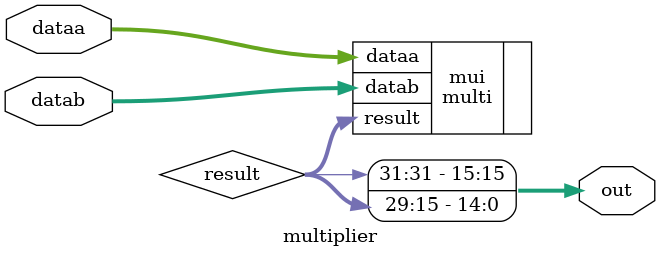
<source format=v>
module multiplier (input [15:0]dataa,input [15:0]datab, output[15:0]out);
wire [31:0] result;

multi mui (.dataa(dataa),.datab(datab), .result(result));
assign out = {result[31],result[29:15]}; 
endmodule

</source>
